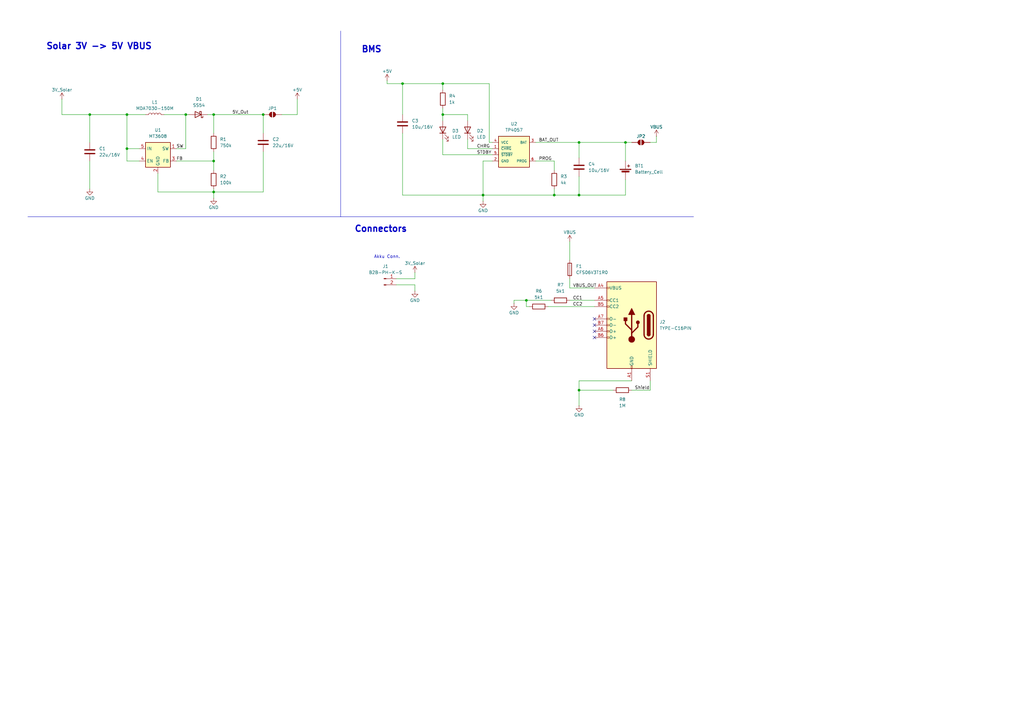
<source format=kicad_sch>
(kicad_sch (version 20231120) (generator "eeschema") (generator_version "8.0")
  (paper "A3")
  (lib_symbols
    (symbol "Connector:Conn_01x02_Pin" (pin_names (offset 1.016) hide)
      (property "Reference" "J" (at 0 2.54 0))
      (property "Value" "Conn_01x02_Pin" (at 0 -5.08 0))
      (symbol "Conn_01x02_Pin_1_1"
        (polyline (pts (xy 1.27 -2.54) (xy 0.8636 -2.54)) (stroke (width 0.1524)))
        (polyline (pts (xy 1.27 0) (xy 0.8636 0)) (stroke (width 0.1524)))
        (rectangle (start 0.8636 -2.413) (end 0 -2.667) (stroke (width 0.1524)) (fill (type outline)))
        (rectangle (start 0.8636 0.127) (end 0 -0.127) (stroke (width 0.1524)) (fill (type outline)))
        (pin passive line (at 5.08 0 180) (length 3.81) (name "Pin_1") (number "1"))
        (pin passive line (at 5.08 -2.54 180) (length 3.81) (name "Pin_2") (number "2"))
      )
    )
    (symbol "Connector:USB_C_Receptacle_USB2.0_14P" (pin_names (offset 1.016))
      (property "Reference" "J" (at 0 22.225 0))
      (property "Value" "USB_C_Receptacle_USB2.0_14P" (at 0 19.685 0))
      (symbol "USB_C_Receptacle_USB2.0_14P_0_0"
        (rectangle (start -0.254 -17.78) (end 0.254 -16.764))
        (rectangle (start 10.16 -4.826) (end 9.144 -5.334))
        (rectangle (start 10.16 -2.286) (end 9.144 -2.794))
        (rectangle (start 10.16 0.254) (end 9.144 -0.254))
        (rectangle (start 10.16 2.794) (end 9.144 2.286))
        (rectangle (start 10.16 7.874) (end 9.144 7.366))
        (rectangle (start 10.16 10.414) (end 9.144 9.906))
        (rectangle (start 10.16 15.494) (end 9.144 14.986))
      )
      (symbol "USB_C_Receptacle_USB2.0_14P_0_1"
        (rectangle (start -10.16 17.78) (end 10.16 -17.78) (stroke (width 0.254)) (fill (type background)))
        (arc (start -8.89 -3.81) (mid -6.985 -5.7067) (end -5.08 -3.81) (stroke (width 0.508)))
        (arc (start -7.62 -3.81) (mid -6.985 -4.4423) (end -6.35 -3.81) (stroke (width 0.254)))
        (arc (start -7.62 -3.81) (mid -6.985 -4.4423) (end -6.35 -3.81) (stroke (width 0.254)) (fill (type outline)))
        (rectangle (start -7.62 -3.81) (end -6.35 3.81) (stroke (width 0.254)) (fill (type outline)))
        (arc (start -6.35 3.81) (mid -6.985 4.4423) (end -7.62 3.81) (stroke (width 0.254)))
        (arc (start -6.35 3.81) (mid -6.985 4.4423) (end -7.62 3.81) (stroke (width 0.254)) (fill (type outline)))
        (arc (start -5.08 3.81) (mid -6.985 5.7067) (end -8.89 3.81) (stroke (width 0.508)))
        (circle (center -2.54 1.143) (radius 0.635) (stroke (width 0.254)) (fill (type outline)))
        (circle (center 0 -5.842) (radius 1.27) (fill (type outline)))
        (polyline (pts (xy -8.89 -3.81) (xy -8.89 3.81)) (stroke (width 0.508)))
        (polyline (pts (xy -5.08 3.81) (xy -5.08 -3.81)) (stroke (width 0.508)))
        (polyline (pts (xy 0 -5.842) (xy 0 4.318)) (stroke (width 0.508)))
        (polyline (pts (xy 0 -3.302) (xy -2.54 -0.762) (xy -2.54 0.508)) (stroke (width 0.508)))
        (polyline (pts (xy 0 -2.032) (xy 2.54 0.508) (xy 2.54 1.778)) (stroke (width 0.508)))
        (polyline (pts (xy -1.27 4.318) (xy 0 6.858) (xy 1.27 4.318) (xy -1.27 4.318)) (stroke (width 0.254)) (fill (type outline)))
        (rectangle (start 1.905 1.778) (end 3.175 3.048) (stroke (width 0.254)) (fill (type outline)))
      )
      (symbol "USB_C_Receptacle_USB2.0_14P_1_1"
        (pin passive line (at 0 -22.86 90) (length 5.08) (name "GND") (number "A1"))
        (pin passive line (at 0 -22.86 90) (length 5.08) hide (name "GND") (number "A12"))
        (pin passive line (at 15.24 15.24 180) (length 5.08) (name "VBUS") (number "A4"))
        (pin bidirectional line (at 15.24 10.16 180) (length 5.08) (name "CC1") (number "A5"))
        (pin bidirectional line (at 15.24 -2.54 180) (length 5.08) (name "D+") (number "A6"))
        (pin bidirectional line (at 15.24 2.54 180) (length 5.08) (name "D-") (number "A7"))
        (pin passive line (at 15.24 15.24 180) (length 5.08) hide (name "VBUS") (number "A9"))
        (pin passive line (at 0 -22.86 90) (length 5.08) hide (name "GND") (number "B1"))
        (pin passive line (at 0 -22.86 90) (length 5.08) hide (name "GND") (number "B12"))
        (pin passive line (at 15.24 15.24 180) (length 5.08) hide (name "VBUS") (number "B4"))
        (pin bidirectional line (at 15.24 7.62 180) (length 5.08) (name "CC2") (number "B5"))
        (pin bidirectional line (at 15.24 -5.08 180) (length 5.08) (name "D+") (number "B6"))
        (pin bidirectional line (at 15.24 0 180) (length 5.08) (name "D-") (number "B7"))
        (pin passive line (at 15.24 15.24 180) (length 5.08) hide (name "VBUS") (number "B9"))
        (pin passive line (at -7.62 -22.86 90) (length 5.08) (name "SHIELD") (number "S1"))
      )
    )
    (symbol "Device:Battery_Cell" (pin_numbers hide) (pin_names (offset 0) hide)
      (property "Reference" "BT" (at 2.54 2.54 0))
      (property "Value" "Battery_Cell" (at 2.54 0 0))
      (symbol "Battery_Cell_0_1"
        (rectangle (start -2.286 1.778) (end 2.286 1.524) (fill (type outline)))
        (rectangle (start -1.524 1.016) (end 1.524 0.508) (fill (type outline)))
        (polyline (pts (xy 0 0.762) (xy 0 0)))
        (polyline (pts (xy 0 1.778) (xy 0 2.54)))
        (polyline (pts (xy 0.762 3.048) (xy 1.778 3.048)) (stroke (width 0.254)))
        (polyline (pts (xy 1.27 3.556) (xy 1.27 2.54)) (stroke (width 0.254)))
      )
      (symbol "Battery_Cell_1_1"
        (pin passive line (at 0 5.08 270) (length 2.54) (name "+") (number "1"))
        (pin passive line (at 0 -2.54 90) (length 2.54) (name "-") (number "2"))
      )
    )
    (symbol "Device:C" (pin_numbers hide) (pin_names (offset 0.254))
      (property "Reference" "C" (at 0.635 2.54 0))
      (property "Value" "C" (at 0.635 -2.54 0))
      (symbol "C_0_1"
        (polyline (pts (xy -2.032 -0.762) (xy 2.032 -0.762)) (stroke (width 0.508)))
        (polyline (pts (xy -2.032 0.762) (xy 2.032 0.762)) (stroke (width 0.508)))
      )
      (symbol "C_1_1"
        (pin passive line (at 0 3.81 270) (length 2.794) (name "~") (number "1"))
        (pin passive line (at 0 -3.81 90) (length 2.794) (name "~") (number "2"))
      )
    )
    (symbol "Device:D_Schottky" (pin_numbers hide) (pin_names (offset 1.016) hide)
      (property "Reference" "D" (at 0 2.54 0))
      (property "Value" "D_Schottky" (at 0 -2.54 0))
      (symbol "D_Schottky_0_1"
        (polyline (pts (xy 1.27 0) (xy -1.27 0)))
        (polyline (pts (xy 1.27 1.27) (xy 1.27 -1.27) (xy -1.27 0) (xy 1.27 1.27)) (stroke (width 0.254)))
        (polyline (pts (xy -1.905 0.635) (xy -1.905 1.27) (xy -1.27 1.27) (xy -1.27 -1.27) (xy -0.635 -1.27) (xy -0.635 -0.635)) (stroke (width 0.254)))
      )
      (symbol "D_Schottky_1_1"
        (pin passive line (at -3.81 0 0) (length 2.54) (name "K") (number "1"))
        (pin passive line (at 3.81 0 180) (length 2.54) (name "A") (number "2"))
      )
    )
    (symbol "Device:Fuse" (pin_numbers hide) (pin_names (offset 0))
      (property "Reference" "F" (at 2.032 0 90))
      (property "Value" "Fuse" (at -1.905 0 90))
      (symbol "Fuse_0_1"
        (rectangle (start -0.762 -2.54) (end 0.762 2.54) (stroke (width 0.254)))
        (polyline (pts (xy 0 2.54) (xy 0 -2.54)))
      )
      (symbol "Fuse_1_1"
        (pin passive line (at 0 3.81 270) (length 1.27) (name "~") (number "1"))
        (pin passive line (at 0 -3.81 90) (length 1.27) (name "~") (number "2"))
      )
    )
    (symbol "Device:L" (pin_numbers hide) (pin_names (offset 1.016) hide)
      (property "Reference" "L" (at -1.27 0 90))
      (property "Value" "L" (at 1.905 0 90))
      (symbol "L_0_1"
        (arc (start 0 -2.54) (mid 0.6323 -1.905) (end 0 -1.27))
        (arc (start 0 -1.27) (mid 0.6323 -0.635) (end 0 0))
        (arc (start 0 0) (mid 0.6323 0.635) (end 0 1.27))
        (arc (start 0 1.27) (mid 0.6323 1.905) (end 0 2.54))
      )
      (symbol "L_1_1"
        (pin passive line (at 0 3.81 270) (length 1.27) (name "1") (number "1"))
        (pin passive line (at 0 -3.81 90) (length 1.27) (name "2") (number "2"))
      )
    )
    (symbol "Device:LED" (pin_numbers hide) (pin_names (offset 1.016) hide)
      (property "Reference" "D" (at 0 2.54 0))
      (property "Value" "LED" (at 0 -2.54 0))
      (symbol "LED_0_1"
        (polyline (pts (xy -1.27 -1.27) (xy -1.27 1.27)) (stroke (width 0.254)))
        (polyline (pts (xy -1.27 0) (xy 1.27 0)))
        (polyline (pts (xy 1.27 -1.27) (xy 1.27 1.27) (xy -1.27 0) (xy 1.27 -1.27)) (stroke (width 0.254)))
        (polyline (pts (xy -3.048 -0.762) (xy -4.572 -2.286) (xy -3.81 -2.286) (xy -4.572 -2.286) (xy -4.572 -1.524)))
        (polyline (pts (xy -1.778 -0.762) (xy -3.302 -2.286) (xy -2.54 -2.286) (xy -3.302 -2.286) (xy -3.302 -1.524)))
      )
      (symbol "LED_1_1"
        (pin passive line (at -3.81 0 0) (length 2.54) (name "K") (number "1"))
        (pin passive line (at 3.81 0 180) (length 2.54) (name "A") (number "2"))
      )
    )
    (symbol "Device:R" (pin_numbers hide) (pin_names (offset 0))
      (property "Reference" "R" (at 2.032 0 90))
      (property "Value" "R" (at 0 0 90))
      (symbol "R_0_1"
        (rectangle (start -1.016 -2.54) (end 1.016 2.54) (stroke (width 0.254)))
      )
      (symbol "R_1_1"
        (pin passive line (at 0 3.81 270) (length 1.27) (name "~") (number "1"))
        (pin passive line (at 0 -3.81 90) (length 1.27) (name "~") (number "2"))
      )
    )
    (symbol "Jumper:SolderJumper_2_Open" (pin_numbers hide) (pin_names (offset 0) hide) (exclude_from_sim yes) (in_bom no)
      (property "Reference" "JP" (at 0 2.032 0))
      (property "Value" "SolderJumper_2_Open" (at 0 -2.54 0))
      (symbol "SolderJumper_2_Open_0_1"
        (arc (start -0.254 1.016) (mid -1.2656 0) (end -0.254 -1.016))
        (arc (start -0.254 1.016) (mid -1.2656 0) (end -0.254 -1.016) (fill (type outline)))
        (polyline (pts (xy -0.254 1.016) (xy -0.254 -1.016)))
        (polyline (pts (xy 0.254 1.016) (xy 0.254 -1.016)))
        (arc (start 0.254 -1.016) (mid 1.2656 0) (end 0.254 1.016))
        (arc (start 0.254 -1.016) (mid 1.2656 0) (end 0.254 1.016) (fill (type outline)))
      )
      (symbol "SolderJumper_2_Open_1_1"
        (pin passive line (at -3.81 0 0) (length 2.54) (name "A") (number "1"))
        (pin passive line (at 3.81 0 180) (length 2.54) (name "B") (number "2"))
      )
    )
    (symbol "Private_Power_Modules:TP4057" (pin_names (offset 1.016))
      (property "Reference" "U" (at 0 10.16 0))
      (property "Value" "TP4057" (at -2.54 7.62 0))
      (symbol "TP4057_0_0"
        (rectangle (start -5.08 5.08) (end 7.62 -7.62) (stroke (width 0.254)) (fill (type background)))
      )
      (symbol "TP4057_1_0"
        (pin open_collector line (at -7.62 0 0) (length 2.54) (name "~{CHRG}") (number "1"))
        (pin power_in line (at -7.62 -5.08 0) (length 2.54) (name "GND") (number "2"))
        (pin power_in line (at 10.16 2.54 180) (length 2.54) (name "BAT") (number "3"))
        (pin power_in line (at -7.62 2.54 0) (length 2.54) (name "VCC") (number "4"))
        (pin open_collector line (at -7.62 -2.54 0) (length 2.54) (name "~{STDBY}") (number "5"))
        (pin input line (at 10.16 -5.08 180) (length 2.54) (name "PROG") (number "6"))
      )
    )
    (symbol "Regulator_Switching:MT3608"
      (property "Reference" "U" (at -2.54 8.89 0))
      (property "Value" "MT3608" (at -3.81 6.35 0))
      (symbol "MT3608_0_1"
        (rectangle (start -5.08 5.08) (end 5.08 -5.08) (stroke (width 0.254)) (fill (type background)))
      )
      (symbol "MT3608_1_1"
        (pin passive line (at 7.62 2.54 180) (length 2.54) (name "SW") (number "1"))
        (pin power_in line (at 0 -7.62 90) (length 2.54) (name "GND") (number "2"))
        (pin input line (at 7.62 -2.54 180) (length 2.54) (name "FB") (number "3"))
        (pin input line (at -7.62 -2.54 0) (length 2.54) (name "EN") (number "4"))
        (pin power_in line (at -7.62 2.54 0) (length 2.54) (name "IN") (number "5"))
        (pin no_connect line (at 5.08 0 180) (length 2.54) hide (name "NC") (number "6"))
      )
    )
    (symbol "power:+5V" (power) (pin_numbers hide) (pin_names (offset 0) hide)
      (property "Value" "+5V" (at 0 3.556 0))
      (symbol "+5V_0_1"
        (polyline (pts (xy -0.762 1.27) (xy 0 2.54)))
        (polyline (pts (xy 0 0) (xy 0 2.54)))
        (polyline (pts (xy 0 2.54) (xy 0.762 1.27)))
      )
      (symbol "+5V_1_1"
        (pin power_in line (at 0 0 90) (length 0) (name "~") (number "1"))
      )
    )
    (symbol "power:GND" (power) (pin_numbers hide) (pin_names (offset 0) hide)
      (property "Value" "GND" (at 0 -3.81 0))
      (symbol "GND_0_1"
        (polyline (pts (xy 0 0) (xy 0 -1.27) (xy 1.27 -1.27) (xy 0 -2.54) (xy -1.27 -1.27) (xy 0 -1.27)))
      )
      (symbol "GND_1_1"
        (pin power_in line (at 0 0 270) (length 0) (name "~") (number "1"))
      )
    )
    (symbol "power:VBUS" (power) (pin_numbers hide) (pin_names (offset 0) hide)
      (property "Value" "VBUS" (at 0 3.556 0))
      (symbol "VBUS_0_1"
        (polyline (pts (xy -0.762 1.27) (xy 0 2.54)))
        (polyline (pts (xy 0 0) (xy 0 2.54)))
        (polyline (pts (xy 0 2.54) (xy 0.762 1.27)))
      )
      (symbol "VBUS_1_1"
        (pin power_in line (at 0 0 90) (length 0) (name "~") (number "1"))
      )
    )
  )
  (junction (at 165.1 34.29))
  (junction (at 87.63 46.99))
  (junction (at 215.9 123.19))
  (junction (at 237.49 58.42))
  (junction (at 256.54 58.42))
  (junction (at 107.95 46.99))
  (junction (at 87.63 66.04))
  (junction (at 198.12 80.01))
  (junction (at 181.61 34.29))
  (junction (at 52.07 46.99))
  (junction (at 237.49 160.02))
  (junction (at 36.83 46.99))
  (junction (at 76.2 46.99))
  (junction (at 237.49 80.01))
  (junction (at 181.61 46.99))
  (junction (at 227.33 80.01))
  (junction (at 87.63 78.74))
  (junction (at 52.07 60.96))
  (no_connect (at 243.84 130.81))
  (no_connect (at 243.84 135.89))
  (no_connect (at 243.84 138.43))
  (no_connect (at 243.84 133.35))
  (polyline (pts (xy 139.7 12.7) (xy 139.7 88.9)) (stroke (width 0) (type solid)))
  (wire (pts (xy 237.49 156.21) (xy 237.49 160.02)))
  (wire (pts (xy 215.9 123.19) (xy 226.06 123.19)))
  (wire (pts (xy 165.1 80.01) (xy 165.1 54.61)))
  (wire (pts (xy 237.49 58.42) (xy 237.49 64.77)))
  (wire (pts (xy 227.33 80.01) (xy 227.33 77.47)))
  (wire (pts (xy 87.63 78.74) (xy 64.77 78.74)))
  (wire (pts (xy 170.18 116.84) (xy 170.18 119.38)))
  (wire (pts (xy 72.39 66.04) (xy 87.63 66.04)))
  (wire (pts (xy 200.66 58.42) (xy 201.93 58.42)))
  (wire (pts (xy 158.75 34.29) (xy 165.1 34.29)))
  (wire (pts (xy 237.49 72.39) (xy 237.49 80.01)))
  (wire (pts (xy 200.66 34.29) (xy 200.66 58.42)))
  (wire (pts (xy 181.61 63.5) (xy 181.61 57.15)))
  (wire (pts (xy 227.33 66.04) (xy 227.33 69.85)))
  (wire (pts (xy 52.07 60.96) (xy 57.15 60.96)))
  (wire (pts (xy 269.24 55.88) (xy 269.24 58.42)))
  (wire (pts (xy 219.71 58.42) (xy 237.49 58.42)))
  (wire (pts (xy 36.83 46.99) (xy 36.83 58.42)))
  (wire (pts (xy 77.47 46.99) (xy 76.2 46.99)))
  (wire (pts (xy 198.12 80.01) (xy 198.12 66.04)))
  (wire (pts (xy 121.92 40.64) (xy 121.92 46.99)))
  (wire (pts (xy 25.4 46.99) (xy 36.83 46.99)))
  (wire (pts (xy 233.68 99.06) (xy 233.68 106.68)))
  (wire (pts (xy 237.49 80.01) (xy 256.54 80.01)))
  (wire (pts (xy 210.82 123.19) (xy 215.9 123.19)))
  (wire (pts (xy 201.93 63.5) (xy 181.61 63.5)))
  (wire (pts (xy 181.61 46.99) (xy 181.61 49.53)))
  (wire (pts (xy 237.49 80.01) (xy 227.33 80.01)))
  (wire (pts (xy 87.63 78.74) (xy 87.63 81.28)))
  (wire (pts (xy 36.83 66.04) (xy 36.83 77.47)))
  (polyline (pts (xy 11.43 88.9) (xy 139.7 88.9)) (stroke (width 0) (type solid)))
  (wire (pts (xy 181.61 46.99) (xy 191.77 46.99)))
  (wire (pts (xy 181.61 36.83) (xy 181.61 34.29)))
  (wire (pts (xy 198.12 80.01) (xy 227.33 80.01)))
  (wire (pts (xy 165.1 80.01) (xy 198.12 80.01)))
  (wire (pts (xy 64.77 78.74) (xy 64.77 71.12)))
  (wire (pts (xy 233.68 118.11) (xy 243.84 118.11)))
  (wire (pts (xy 25.4 40.64) (xy 25.4 46.99)))
  (wire (pts (xy 191.77 46.99) (xy 191.77 49.53)))
  (wire (pts (xy 237.49 156.21) (xy 259.08 156.21)))
  (wire (pts (xy 107.95 62.23) (xy 107.95 78.74)))
  (wire (pts (xy 87.63 77.47) (xy 87.63 78.74)))
  (wire (pts (xy 266.7 58.42) (xy 269.24 58.42)))
  (wire (pts (xy 170.18 111.76) (xy 170.18 114.3)))
  (wire (pts (xy 52.07 46.99) (xy 52.07 60.96)))
  (wire (pts (xy 87.63 46.99) (xy 107.95 46.99)))
  (wire (pts (xy 210.82 124.46) (xy 210.82 123.19)))
  (wire (pts (xy 165.1 34.29) (xy 181.61 34.29)))
  (wire (pts (xy 85.09 46.99) (xy 87.63 46.99)))
  (wire (pts (xy 76.2 46.99) (xy 76.2 60.96)))
  (wire (pts (xy 233.68 114.3) (xy 233.68 118.11)))
  (wire (pts (xy 76.2 60.96) (xy 72.39 60.96)))
  (wire (pts (xy 67.31 46.99) (xy 76.2 46.99)))
  (wire (pts (xy 215.9 125.73) (xy 215.9 123.19)))
  (wire (pts (xy 107.95 78.74) (xy 87.63 78.74)))
  (wire (pts (xy 107.95 46.99) (xy 107.95 54.61)))
  (wire (pts (xy 87.63 62.23) (xy 87.63 66.04)))
  (wire (pts (xy 266.7 160.02) (xy 266.7 156.21)))
  (wire (pts (xy 158.75 34.29) (xy 158.75 33.02)))
  (wire (pts (xy 170.18 114.3) (xy 162.56 114.3)))
  (wire (pts (xy 256.54 66.04) (xy 256.54 58.42)))
  (wire (pts (xy 198.12 82.55) (xy 198.12 80.01)))
  (wire (pts (xy 87.63 46.99) (xy 87.63 54.61)))
  (wire (pts (xy 219.71 66.04) (xy 227.33 66.04)))
  (wire (pts (xy 224.79 125.73) (xy 243.84 125.73)))
  (wire (pts (xy 259.08 160.02) (xy 266.7 160.02)))
  (wire (pts (xy 181.61 44.45) (xy 181.61 46.99)))
  (wire (pts (xy 217.17 125.73) (xy 215.9 125.73)))
  (polyline (pts (xy 139.7 88.9) (xy 284.48 88.9)) (stroke (width 0) (type solid)))
  (wire (pts (xy 256.54 58.42) (xy 237.49 58.42)))
  (wire (pts (xy 198.12 66.04) (xy 201.93 66.04)))
  (wire (pts (xy 233.68 123.19) (xy 243.84 123.19)))
  (wire (pts (xy 256.54 58.42) (xy 259.08 58.42)))
  (wire (pts (xy 162.56 116.84) (xy 170.18 116.84)))
  (wire (pts (xy 201.93 60.96) (xy 191.77 60.96)))
  (wire (pts (xy 191.77 60.96) (xy 191.77 57.15)))
  (wire (pts (xy 115.57 46.99) (xy 121.92 46.99)))
  (wire (pts (xy 52.07 46.99) (xy 59.69 46.99)))
  (wire (pts (xy 52.07 66.04) (xy 52.07 60.96)))
  (wire (pts (xy 237.49 160.02) (xy 251.46 160.02)))
  (wire (pts (xy 181.61 34.29) (xy 200.66 34.29)))
  (wire (pts (xy 237.49 160.02) (xy 237.49 166.37)))
  (wire (pts (xy 36.83 46.99) (xy 52.07 46.99)))
  (wire (pts (xy 57.15 66.04) (xy 52.07 66.04)))
  (wire (pts (xy 165.1 34.29) (xy 165.1 46.99)))
  (wire (pts (xy 87.63 66.04) (xy 87.63 69.85)))
  (wire (pts (xy 256.54 80.01) (xy 256.54 73.66)))
  (text "Akku Conn." (at 158.75 105.41 0) (effects (font (size 1.27 1.27))))
  (text "Connectors" (at 156.21 93.98 0) (effects (font (size 2.54 2.54) (thickness 0.508) (bold yes))))
  (text "BMS" (at 152.4 20.32 0) (effects (font (size 2.54 2.54) (thickness 0.508) (bold yes))))
  (text "Solar 3V -> 5V VBUS" (at 40.64 19.05 0) (effects (font (size 2.54 2.54) (thickness 0.508) (bold yes))))
  (label "FB" (at 72.39 66.04 0))
  (label "5V_Out" (at 95.25 46.99 0))
  (label "CHRG" (at 195.58 60.96 0))
  (label "SW" (at 72.39 60.96 0))
  (label "PROG" (at 220.98 66.04 0))
  (label "BAT_OUT" (at 220.98 58.42 0))
  (label "VBUS_OUT" (at 234.95 118.11 0))
  (label "CC1" (at 234.95 123.19 0))
  (label "STDBY" (at 195.58 63.5 0))
  (label "Shield" (at 260.35 160.02 0))
  (label "CC2" (at 234.95 125.73 0))
  (symbol (lib_id "Jumper:SolderJumper_2_Open") (at 262.89 58.42 0) (unit 1) (exclude_from_sim yes) (in_bom no)
    (property "Reference" "JP2" (at 262.89 55.88 0))
    (property "Value" "SolderJumper_2_Open" (effects (hide yes)))
    (property "Description" "Solder Jumper, 2-pole, open" (effects (hide yes)))
  )
  (symbol (lib_id "power:GND") (at 87.63 81.28 0) (unit 1)
    (property "Reference" "#PWR01" (effects (hide yes)))
    (property "Value" "GND" (at 87.63 85.09 0))
    (property "Description" "Power symbol creates a global label with name \"GND\" , ground" (effects (hide yes)))
  )
  (symbol (lib_id "Device:R") (at 87.63 73.66 0) (unit 1)
    (property "Reference" "R2" (at 90.17 72.3899 0) (effects (justify left)))
    (property "Value" "100k" (at 90.17 74.9299 0) (effects (justify left)))
    (property "Description" "Resistor" (effects (hide yes)))
  )
  (symbol (lib_id "Connector:Conn_01x02_Pin") (at 157.48 114.3 0) (unit 1)
    (property "Reference" "J1" (at 158.115 109.22 0))
    (property "Value" "B2B-PH-K-S" (at 158.115 111.76 0))
    (property "Footprint" "Connector_JST:JST_EH_B2B-EH-A_1x02_P2.50mm_Vertical" (effects (hide yes)))
    (property "Description" "Generic connector, single row, 01x02, script generated" (effects (hide yes)))
  )
  (symbol (lib_id "Device:R") (at 255.27 160.02 90) (unit 1)
    (property "Reference" "R8" (at 255.27 163.83 90))
    (property "Value" "1M" (at 255.27 166.37 90))
    (property "Footprint" "Resistor_SMD:R_0603_1608Metric" (effects (hide yes)))
    (property "Description" "Resistor" (effects (hide yes)))
  )
  (symbol (lib_id "power:GND") (at 36.83 77.47 0) (unit 1)
    (property "Reference" "#PWR02" (effects (hide yes)))
    (property "Value" "GND" (at 36.83 81.28 0))
    (property "Description" "Power symbol creates a global label with name \"GND\" , ground" (effects (hide yes)))
  )
  (symbol (lib_id "Device:R") (at 181.61 40.64 0) (unit 1)
    (property "Reference" "R4" (at 184.15 39.3699 0) (effects (justify left)))
    (property "Value" "1k" (at 184.15 41.9099 0) (effects (justify left)))
    (property "Description" "Resistor" (effects (hide yes)))
  )
  (symbol (lib_id "power:+5V") (at 121.92 40.64 0) (unit 1)
    (property "Reference" "#PWR04" (effects (hide yes)))
    (property "Value" "+5V" (at 121.92 36.83 0))
    (property "Description" "Power symbol creates a global label with name \"+5V\"" (effects (hide yes)))
  )
  (symbol (lib_id "Device:C") (at 36.83 62.23 0) (unit 1)
    (property "Reference" "C1" (at 40.64 60.9599 0) (effects (justify left)))
    (property "Value" "22u/16V" (at 40.64 63.4999 0) (effects (justify left)))
    (property "Description" "Unpolarized capacitor" (effects (hide yes)))
  )
  (symbol (lib_id "power:GND") (at 198.12 82.55 0) (unit 1)
    (property "Reference" "#PWR05" (effects (hide yes)))
    (property "Value" "GND" (at 198.12 86.36 0))
    (property "Description" "Power symbol creates a global label with name \"GND\" , ground" (effects (hide yes)))
  )
  (symbol (lib_id "Regulator_Switching:MT3608") (at 64.77 63.5 0) (unit 1)
    (property "Reference" "U1" (at 64.77 53.34 0))
    (property "Value" "MT3608" (at 64.77 55.88 0))
    (property "Footprint" "Package_TO_SOT_SMD:SOT-23-6" (effects (hide yes)))
    (property "Datasheet" "https://www.olimex.com/Products/Breadboarding/BB-PWR-3608/resources/MT3608.pdf" (effects (hide yes)))
    (property "Description" "High Efficiency 1.2MHz 2A Step Up Converter, 2-24V Vin, 28V Vout, 4A current limit, 1.2MHz, SOT23-6" (effects (hide yes)))
  )
  (symbol (lib_id "Private_Power_Modules:TP4057") (at 209.55 60.96 0) (unit 1)
    (property "Reference" "U2" (at 210.82 50.8 0))
    (property "Value" "TP4057" (at 210.82 53.34 0))
    (property "Footprint" "Package_TO_SOT_SMD:SOT-23-6" (effects (hide yes)))
    (property "Datasheet" "http://toppwr.com/uploadfile/file/20230304/640302a47b738.pdf" (effects (hide yes)))
    (property "MF" "toppower" (effects (hide yes)))
    (property "Description_1" "\nSOT23-6 BATTERY MANAGEMENT ICS R\n" (effects (hide yes)))
    (property "Package" "None" (effects (hide yes)))
    (property "Price" "None" (effects (hide yes)))
    (property "SnapEDA_Link" "https://www.snapeda.com/parts/TP4057/Top+Power/view-part/?ref=snap" (effects (hide yes)))
    (property "MP" "TP4057" (effects (hide yes)))
    (property "Availability" "Not in stock" (effects (hide yes)))
    (property "Check_prices" "https://www.snapeda.com/parts/TP4057/Top+Power/view-part/?ref=eda" (effects (hide yes)))
  )
  (symbol (lib_id "Device:Fuse") (at 233.68 110.49 0) (unit 1)
    (property "Reference" "F1" (at 236.22 109.2199 0) (effects (justify left)))
    (property "Value" "CFS06V3T1R0" (at 236.22 111.7599 0) (effects (justify left)))
    (property "Footprint" "Fuse:Fuse_0603_1608Metric" (effects (hide yes)))
    (property "Description" "63V / 1A" (effects (hide yes)))
  )
  (symbol (lib_id "Device:C") (at 165.1 50.8 0) (unit 1)
    (property "Reference" "C3" (at 168.91 49.5299 0) (effects (justify left)))
    (property "Value" "10u/16V" (at 168.91 52.0699 0) (effects (justify left)))
    (property "Description" "Unpolarized capacitor" (effects (hide yes)))
  )
  (symbol (lib_id "power:GND") (at 210.82 124.46 0) (unit 1)
    (property "Reference" "#PWR08" (effects (hide yes)))
    (property "Value" "GND" (at 210.82 128.27 0))
    (property "Description" "Power symbol creates a global label with name \"GND\" , ground" (effects (hide yes)))
  )
  (symbol (lib_id "Connector:USB_C_Receptacle_USB2.0_14P") (at 259.08 133.35 0) (mirror y) (unit 1)
    (property "Reference" "J2" (at 270.51 132.0799 0) (effects (justify right)))
    (property "Value" "TYPE-C16PIN" (at 270.51 134.6199 0) (effects (justify right)))
    (property "Footprint" "Connector_USB:USB_C_Receptacle_GCT_USB4105-xx-A_16P_TopMnt_Horizontal" (effects (hide yes)))
    (property "Datasheet" "https://www.usb.org/sites/default/files/documents/usb_type-c.zip" (effects (hide yes)))
    (property "Description" "USB 2.0-only 14P Type-C Receptacle connector" (effects (hide yes)))
  )
  (symbol (lib_id "Device:R") (at 220.98 125.73 270) (unit 1)
    (property "Reference" "R6" (at 220.98 119.38 90))
    (property "Value" "5k1" (at 220.98 121.92 90))
    (property "Footprint" "Resistor_SMD:R_0603_1608Metric" (effects (hide yes)))
    (property "Description" "Resistor" (effects (hide yes)))
  )
  (symbol (lib_id "Device:D_Schottky") (at 81.28 46.99 180) (unit 1)
    (property "Reference" "D1" (at 81.5975 40.64 0))
    (property "Value" "SS54" (at 81.5975 43.18 0))
    (property "Footprint" "Diode_SMD:D_SMA" (effects (hide yes)))
    (property "Description" "Schottky diode" (effects (hide yes)))
  )
  (symbol (lib_id "power:VBUS") (at 170.18 111.76 0) (unit 1)
    (property "Reference" "#PWR011" (effects (hide yes)))
    (property "Value" "3V_Solar" (at 170.18 107.95 0))
    (property "Description" "Power symbol creates a global label with name \"VBUS\"" (effects (hide yes)))
  )
  (symbol (lib_id "power:+5V") (at 158.75 33.02 0) (unit 1)
    (property "Reference" "#PWR06" (effects (hide yes)))
    (property "Value" "+5V" (at 158.75 29.21 0))
    (property "Description" "Power symbol creates a global label with name \"+5V\"" (effects (hide yes)))
  )
  (symbol (lib_id "Device:R") (at 87.63 58.42 0) (unit 1)
    (property "Reference" "R1" (at 90.17 57.1499 0) (effects (justify left)))
    (property "Value" "750k" (at 90.17 59.6899 0) (effects (justify left)))
    (property "Description" "Resistor" (effects (hide yes)))
  )
  (symbol (lib_id "Device:R") (at 229.87 123.19 90) (unit 1)
    (property "Reference" "R7" (at 229.87 116.84 90))
    (property "Value" "5k1" (at 229.87 119.38 90))
    (property "Footprint" "Resistor_SMD:R_0603_1608Metric" (effects (hide yes)))
    (property "Description" "Resistor" (effects (hide yes)))
  )
  (symbol (lib_id "power:GND") (at 237.49 166.37 0) (unit 1)
    (property "Reference" "#PWR010" (effects (hide yes)))
    (property "Value" "GND" (at 237.49 170.18 0))
    (property "Description" "Power symbol creates a global label with name \"GND\" , ground" (effects (hide yes)))
  )
  (symbol (lib_id "Device:LED") (at 191.77 53.34 90) (unit 1)
    (property "Reference" "D2" (at 195.58 53.6574 90) (effects (justify right)))
    (property "Value" "LED" (at 195.58 56.1974 90) (effects (justify right)))
    (property "Description" "Light emitting diode" (effects (hide yes)))
  )
  (symbol (lib_id "power:VBUS") (at 269.24 55.88 0) (unit 1)
    (property "Reference" "#PWR07" (effects (hide yes)))
    (property "Value" "VBUS" (at 269.24 52.07 0))
    (property "Description" "Power symbol creates a global label with name \"VBUS\"" (effects (hide yes)))
  )
  (symbol (lib_id "power:GND") (at 170.18 119.38 0) (unit 1)
    (property "Reference" "#PWR012" (effects (hide yes)))
    (property "Value" "GND" (at 170.18 123.19 0))
    (property "Description" "Power symbol creates a global label with name \"GND\" , ground" (effects (hide yes)))
  )
  (symbol (lib_id "Device:LED") (at 181.61 53.34 90) (unit 1)
    (property "Reference" "D3" (at 185.42 53.6574 90) (effects (justify right)))
    (property "Value" "LED" (at 185.42 56.1974 90) (effects (justify right)))
    (property "Description" "Light emitting diode" (effects (hide yes)))
  )
  (symbol (lib_id "Device:Battery_Cell") (at 256.54 71.12 0) (unit 1)
    (property "Reference" "BT1" (at 260.35 68.0084 0) (effects (justify left)))
    (property "Value" "Battery_Cell" (at 260.35 70.5484 0) (effects (justify left)))
    (property "Description" "Single-cell battery" (effects (hide yes)))
  )
  (symbol (lib_id "Device:C") (at 107.95 58.42 0) (unit 1)
    (property "Reference" "C2" (at 111.76 57.1499 0) (effects (justify left)))
    (property "Value" "22u/16V" (at 111.76 59.6899 0) (effects (justify left)))
    (property "Description" "Unpolarized capacitor" (effects (hide yes)))
  )
  (symbol (lib_id "power:VBUS") (at 25.4 40.64 0) (unit 1)
    (property "Reference" "#PWR03" (effects (hide yes)))
    (property "Value" "3V_Solar" (at 25.4 36.83 0))
    (property "Description" "Power symbol creates a global label with name \"VBUS\"" (effects (hide yes)))
  )
  (symbol (lib_id "Jumper:SolderJumper_2_Open") (at 111.76 46.99 0) (unit 1) (exclude_from_sim yes) (in_bom no)
    (property "Reference" "JP1" (at 111.76 44.45 0))
    (property "Value" "SolderJumper_2_Open" (effects (hide yes)))
    (property "Description" "Solder Jumper, 2-pole, open" (effects (hide yes)))
  )
  (symbol (lib_id "Device:L") (at 63.5 46.99 90) (unit 1)
    (property "Reference" "L1" (at 63.5 41.91 90))
    (property "Value" "MDA7030-150M" (at 63.5 44.45 90))
    (property "Footprint" "Inductor_SMD:L_Sunlord_MWSA0603S" (effects (hide yes)))
    (property "Description" "Inductor" (effects (hide yes)))
  )
  (symbol (lib_id "Device:C") (at 237.49 68.58 0) (unit 1)
    (property "Reference" "C4" (at 241.3 67.3099 0) (effects (justify left)))
    (property "Value" "10u/16V" (at 241.3 69.8499 0) (effects (justify left)))
    (property "Description" "Unpolarized capacitor" (effects (hide yes)))
  )
  (symbol (lib_id "power:VBUS") (at 233.68 99.06 0) (unit 1)
    (property "Reference" "#PWR09" (effects (hide yes)))
    (property "Value" "VBUS" (at 233.68 95.25 0))
    (property "Description" "Power symbol creates a global label with name \"VBUS\"" (effects (hide yes)))
  )
  (symbol (lib_id "Device:R") (at 227.33 73.66 0) (unit 1)
    (property "Reference" "R3" (at 229.87 72.3899 0) (effects (justify left)))
    (property "Value" "4k" (at 229.87 74.9299 0) (effects (justify left)))
    (property "Description" "Resistor" (effects (hide yes)))
  )
)
</source>
